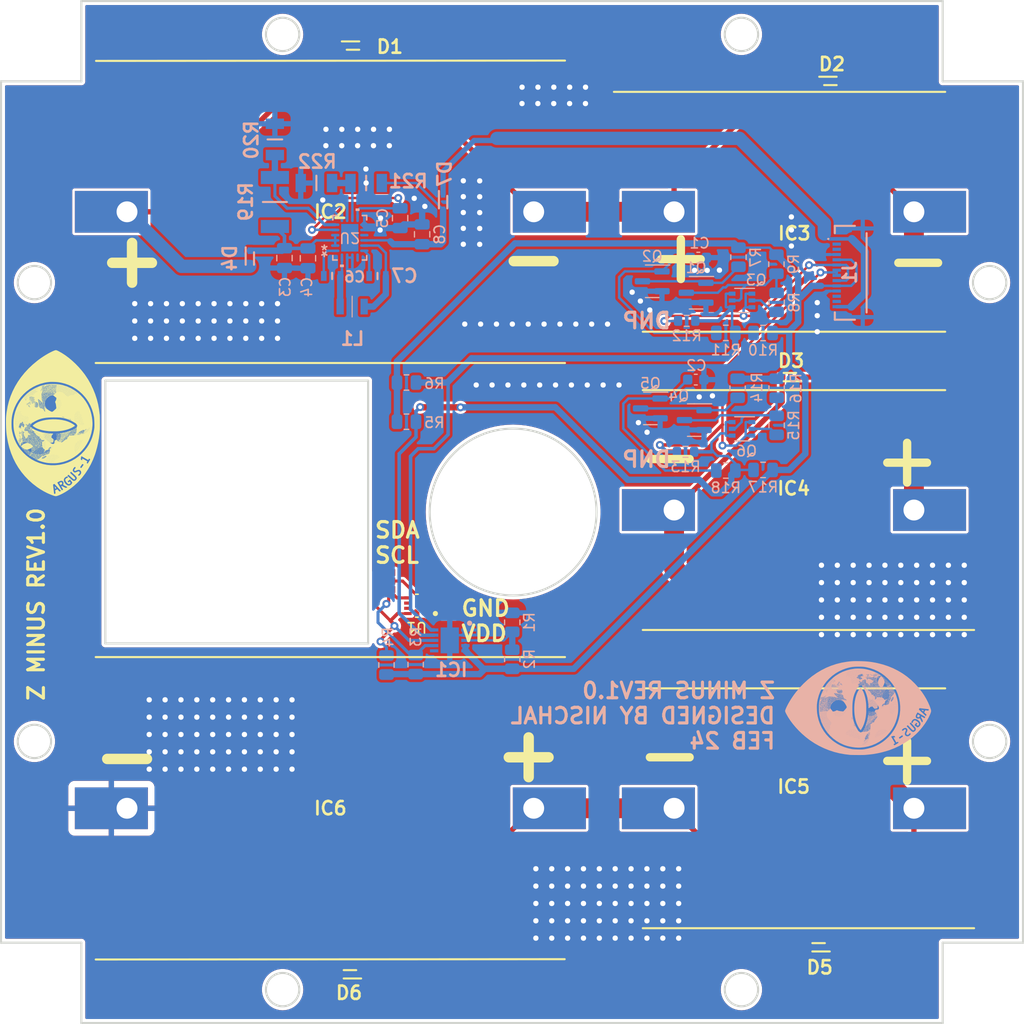
<source format=kicad_pcb>
(kicad_pcb (version 20221018) (generator pcbnew)
  (layers (0 "F.Cu" signal) (31 "B.Cu" signal) (34 "B.Paste" user) (35 "F.Paste" user) (36 "B.SilkS" user "B.Silkscreen") (37 "F.SilkS" user "F.Silkscreen") (38 "B.Mask" user) (39 "F.Mask" user) (44 "Edge.Cuts" user))
  (net 0 "")
  (net 1 "Net-(Q2-G)")
  (net 2 "GND")
  (net 3 "Net-(Q5-G)")
  (net 4 "Net-(U2-PVIN)")
  (net 5 "Net-(U2-VCC)")
  (net 6 "Net-(U2-SW1)")
  (net 7 "Net-(U2-BST1)")
  (net 8 "Net-(U2-SW2)")
  (net 9 "Net-(U2-BST2)")
  (net 10 "Net-(U2-VOUT)")
  (net 11 "Net-(IC2-NEG)")
  (net 12 "VSOLAR")
  (net 13 "/SOLAR_PANEL_ELECTRONICS/7023_vout")
  (net 14 "+3.3V")
  (net 15 "SCL_4001")
  (net 16 "SDA_4001")
  (net 17 "SDA_SUN")
  (net 18 "SCL_SUN")
  (net 19 "Net-(JP1-C)")
  (net 20 "/SUN_SENSOR/+3.3v")
  (net 21 "Net-(Q1-G)")
  (net 23 "SCL1_b4iso")
  (net 24 "Net-(Q3A-B1)")
  (net 25 "Net-(Q4-G)")
  (net 27 "SDA1_b4iso")
  (net 28 "Net-(Q6A-B1)")
  (net 29 "/SOLAR_PANEL_ELECTRONICS/MPPC1")
  (net 30 "/SOLAR_PANEL_ELECTRONICS/FB1")
  (net 36 "Net-(IC3-NEG)")
  (net 37 "Net-(IC4-NEG)")
  (net 38 "Net-(IC5-NEG)")
  (net 41 "Net-(Q1-D)")
  (net 42 "Net-(Q4-D)")
  (net 43 "Net-(IC1-XORL)")
  (footprint "SparkFun-Jumper:SMT-JUMPER_3_NO_NO-SILK" (layer "F.Cu") (at 124.63 108.21 -90)
    (fp_text reference "JP1")
    (fp_text value "~")
  )
  (footprint "AA_AUTO_LOADER:SODFL340230X120N" (layer "F.Cu") (at 163.5 72.8)
    (fp_text reference "IC3")
    (fp_text value "SM141K04TFV" hide)
  )
  (footprint "SparkFun-Jumper:SMT-JUMPER_3_NO_NO-SILK" (layer "F.Cu") (at 130.39 110.645175 -90)
    (fp_text reference "JP2")
    (fp_text value "~")
  )
  (footprint "AA_AUTO_LOADER:SODFL520290X120N" (layer "F.Cu") (at 119.04 72.8)
    (fp_text reference "IC2")
    (fp_text value "SM141K08TFV" hide)
  )
  (footprint "AA_AUTO_LOADER:SODFL1608X70N" (layer "F.Cu") (at 165.86 143.33 180)
    (fp_text reference "D5")
    (fp_text value "RB521S30T1G" hide)
  )
  (footprint "AA_AUTO_LOADER:SODFL1608X70N" (layer "F.Cu") (at 120.92 145.92 180)
    (fp_text reference "D6")
    (fp_text value "RB521S30T1G" hide)
  )
  (footprint "AA_AUTO_LOADER:SODFL340230X120N" (layer "F.Cu") (at 163.5 101.4 180)
    (fp_text reference "IC4")
    (fp_text value "SM141K04TFV" hide)
  )
  (footprint "OPT4001DTST:DTS0008A-MFG" (layer "F.Cu") (at 127.335299 110.575175 180)
    (fp_text reference "U1")
    (fp_text value "OPT4001DTST")
  )
  (footprint "AA_AUTO_LOADER:SODFL520290X120N" (layer "F.Cu") (at 119.04 130 180)
    (fp_text reference "IC6")
    (fp_text value "SM141K08TFV" hide)
  )
  (footprint "AA_AUTO_LOADER:SODFL1608X70N" (layer "F.Cu") (at 121.21 56.86)
    (fp_text reference "D1")
    (fp_text value "RB521S30T1G" hide)
  )
  (footprint "AA_AUTO_LOADER:SODFL1608X70N" (layer "F.Cu") (at 163.11 88.65 180)
    (fp_text reference "D3")
    (fp_text value "RB521S30T1G" hide)
  )
  (footprint "AA_AUTO_LOADER:SODFL1608X70N" (layer "F.Cu") (at 166.99 60.25)
    (fp_text reference "D2")
    (fp_text value "RB521S30T1G" hide)
  )
  (footprint "AA_AUTO_LOADER:SODFL340230X120N" (layer "F.Cu") (at 163.5 130 180)
    (fp_text reference "IC5")
    (fp_text value "SM141K04TFV" hide)
  )
  (footprint "argus:Argus LOGO" (layer "F.Cu") (at 92.38 93.271908 90)
    (fp_text reference "." hide)
    (fp_text value "." hide)
  )
  (footprint "Resistor_SMD:R_0805_2012Metric" (layer "B.Cu") (at 136.481952 112.1725 90)
    (fp_text reference "R1")
    (fp_text value "280k")
  )
  (footprint "AA_AUTO_LOADER:RESC3116X65N" (layer "B.Cu") (at 113.72 65.86 -90)
    (fp_text reference "R20")
    (fp_text value "RC1206FR-072M49L" hide)
  )
  (footprint "Package_TO_SOT_SMD:SOT-23" (layer "B.Cu") (at 149.72375 91.65375 180)
    (fp_text reference "Q5")
    (fp_text value "BSS138")
  )
  (footprint "Resistor_SMD:R_0603_1608Metric" (layer "B.Cu") (at 153.21 83.26)
    (fp_text reference "R12")
    (fp_text value "0")
  )
  (footprint "Resistor_SMD:R_0805_2012Metric" (layer "B.Cu") (at 124.42 116.26 -90)
    (fp_text reference "R4")
    (fp_text value "10K")
  )
  (footprint "AA_AUTO_LOADER:RESC3116X65N" (layer "B.Cu") (at 122.47 70.04)
    (fp_text reference "R21")
    (fp_text value "RV1206JR-0722ML" hide)
  )
  (footprint "Capacitor_SMD:C_0805_2012Metric" (layer "B.Cu") (at 127.84 74.96 90)
    (fp_text reference "C8")
    (fp_text value "4.7uF")
  )
  (footprint "Resistor_SMD:R_0805_2012Metric" (layer "B.Cu") (at 158.09375 89.72375 90)
    (fp_text reference "R14")
    (fp_text value "10K")
  )
  (footprint "Package_TO_SOT_SMD:SOT-363_SC-70-6" (layer "B.Cu") (at 158.51375 93.61375 180)
    (fp_text reference "Q6")
    (fp_text value "MBT2222ADW1T1")
  )
  (footprint "Resistor_SMD:R_0805_2012Metric" (layer "B.Cu") (at 160.53375 97.55375)
    (fp_text reference "R17")
    (fp_text value "10K")
  )
  (footprint "AA_AUTO_LOADER:RESC3116X65N" (layer "B.Cu") (at 117.7 70.04)
    (fp_text reference "R22")
    (fp_text value "RC1206FR-072ML" hide)
  )
  (footprint "Resistor_SMD:R_0805_2012Metric" (layer "B.Cu") (at 126.34 92.93 180)
    (fp_text reference "R5")
    (fp_text value "10K")
  )
  (footprint "LTC3130:UDC_20_ADI" (layer "B.Cu") (at 120.9 75.29)
    (fp_text reference "U2")
    (fp_text value "LTC3130EUDC-1-PBF")
  )
  (footprint "Resistor_SMD:R_0805_2012Metric" (layer "B.Cu") (at 161.83375 93.27375 90)
    (fp_text reference "R15")
    (fp_text value "600")
  )
  (footprint "Capacitor_SMD:C_0603_1608Metric" (layer "B.Cu") (at 154.08375 88.89375)
    (fp_text reference "C2")
    (fp_text value "10nF")
  )
  (footprint "argus:Argus LOGO" (layer "B.Cu") (at 169.851908 120.332386 180)
    (fp_text reference "." hide)
    (fp_text value "." hide)
  )
  (footprint "Resistor_SMD:R_0805_2012Metric" (layer "B.Cu") (at 156.96375 84.41375)
    (fp_text reference "R11")
    (fp_text value "100K")
  )
  (footprint "AA_AUTO_LOADER:RESC5025X70N" (layer "B.Cu") (at 113.72 71.86 -90)
    (fp_text reference "R19")
    (fp_text value "CHV2010-FX-1005ELF" hide)
  )
  (footprint "AA_AUTO_LOADER:F3311A7H121014E200" (layer "B.Cu") (at 168.94 78.65 -90)
    (fp_text reference "J1")
    (fp_text value "F3311A7H121014E200" hide)
  )
  (footprint "AA_AUTO_LOADER:SODFL1608X70N" (layer "B.Cu") (at 129.85 71.87 -90)
    (fp_text reference "D7")
    (fp_text value "RB521S30T1G" hide)
  )
  (footprint "Package_TO_SOT_SMD:SOT-363_SC-70-6" (layer "B.Cu") (at 158.51375 81.30375 180)
    (fp_text reference "Q3")
    (fp_text value "MBT2222ADW1T1")
  )
  (footprint "AA_AUTO_LOADER:CAPC1608X90N" (layer "B.Cu") (at 123.56 78.96 180)
    (fp_text reference "C7")
    (fp_text value "CGA3E2X7R1H223K080AA" hide)
  )
  (footprint "Resistor_SMD:R_0805_2012Metric" (layer "B.Cu") (at 161.83375 89.71625 -90)
    (fp_text reference "R16")
    (fp_text value "10K")
  )
  (footprint "AA_AUTO_LOADER:SODFL1608X70N" (layer "B.Cu") (at 111.32 77.28 -90)
    (fp_text reference "D4")
    (fp_text value "RB521S30T1G" hide)
  )
  (footprint "AA_AUTO_LOADER:LQM2HPN1R0MG0L" (layer "B.Cu") (at 121.13 81.89 180)
    (fp_text reference "L1")
    (fp_text value "LQM2HPN4R7MG0L" hide)
  )
  (footprint "Package_TO_SOT_SMD:SOT-23" (layer "B.Cu") (at 154.11375 80.56375 180)
    (fp_text reference "Q1")
    (fp_text value "BSS138")
  )
  (footprint "Package_TO_SOT_SMD:SOT-23" (layer "B.Cu") (at 149.90375 79.46375 180)
    (fp_text reference "Q2")
    (fp_text value "BSS138")
  )
  (footprint "Capacitor_SMD:C_0805_2012Metric" (layer "B.Cu") (at 116.89 77.26 -90)
    (fp_text reference "C4")
    (fp_text value "1uF")
  )
  (footprint "Resistor_SMD:R_0805_2012Metric" (layer "B.Cu") (at 126.34 89.173332 180)
    (fp_text reference "R6")
    (fp_text value "10K")
  )
  (footprint "Capacitor_SMD:C_0805_2012Metric" (layer "B.Cu") (at 114.64 77.24 -90)
    (fp_text reference "C3")
    (fp_text value "47uF")
  )
  (footprint "AA_AUTO_LOADER:SON50P300X300X85-11N-D" (layer "B.Cu") (at 130.49 113.9 180)
    (fp_text reference "IC1")
    (fp_text value "LTC4316IDD#PBF" hide)
  )
  (footprint "Resistor_SMD:R_0805_2012Metric" (layer "B.Cu") (at 161.81375 77.82375 -90)
    (fp_text reference "R9")
    (fp_text value "10K")
  )
  (footprint "Resistor_SMD:R_0805_2012Metric" (layer "B.Cu") (at 156.96375 97.61375)
    (fp_text reference "R18")
    (fp_text value "100K")
  )
  (footprint "Resistor_SMD:R_0603_1608Metric" (layer "B.Cu") (at 153.1 95.82)
    (fp_text reference "R13")
    (fp_text value "0")
  )
  (footprint "Resistor_SMD:R_0805_2012Metric" (layer "B.Cu") (at 160.53375 84.42375)
    (fp_text reference "R10")
    (fp_text value "10K")
  )
  (footprint "Resistor_SMD:R_0805_2012Metric" (layer "B.Cu") (at 161.83375 81.48375 -90)
    (fp_text reference "R8")
    (fp_text value "600")
  )
  (footprint "Resistor_SMD:R_0805_2012Metric" (layer "B.Cu") (at 136.481952 115.7125 90)
    (fp_text reference "R2")
    (fp_text value "1000k")
  )
  (footprint "Capacitor_SMD:C_0805_2012Metric" (layer "B.Cu") (at 125.73 73.41 -90)
    (fp_text reference "C5")
    (fp_text value "4.7uF")
  )
  (footprint "Resistor_SMD:R_0805_2012Metric" (layer "B.Cu") (at 158.17375 77.15375 90)
    (fp_text reference "R7")
    (fp_text value "10K")
  )
  (footprint "Resistor_SMD:R_0805_2012Metric" (layer "B.Cu") (at 127.22 116.22 -90)
    (fp_text reference "R3")
    (fp_text value "10K")
  )
  (footprint "Package_TO_SOT_SMD:SOT-23" (layer "B.Cu") (at 153.93375 92.77375 180)
    (fp_text reference "Q4")
    (fp_text value "BSS138")
  )
  (footprint "AA_AUTO_LOADER:CAPC1608X90N" (layer "B.Cu") (at 119.21 78.95 180)
    (fp_text reference "C6")
    (fp_text value "CGA3E2X7R1H223K080AA" hide)
  )
  (footprint "Capacitor_SMD:C_0603_1608Metric" (layer "B.Cu") (at 154.32375 77.19375)
    (fp_text reference "C1")
    (fp_text value "10nF")
  )
  (gr_circle (center 90.66 79.59) (end 90.66 77.99) (stroke (width 0.2)) (fill none) (layer "Edge.Cuts"))
  (gr_line (start 185.46 142.89) (end 185.46 60.29) (stroke (width 0.2)) (layer "Edge.Cuts"))
  (gr_circle (center 158.46 147.39) (end 158.46 145.79) (stroke (width 0.2)) (fill none) (layer "Edge.Cuts"))
  (gr_line (start 87.46 142.89) (end 95.16 142.89) (stroke (width 0.2)) (layer "Edge.Cuts"))
  (gr_circle (center 182.26 123.59) (end 182.26 121.99) (stroke (width 0.2)) (fill none) (layer "Edge.Cuts"))
  (gr_line (start 177.76 60.29) (end 177.76 52.59) (stroke (width 0.2)) (layer "Edge.Cuts"))
  (gr_line (start 185.46 60.29) (end 177.76 60.29) (stroke (width 0.2)) (layer "Edge.Cuts"))
  (gr_circle (center 158.46 55.79) (end 158.46 54.19) (stroke (width 0.2)) (fill none) (layer "Edge.Cuts"))
  (gr_line (start 177.76 150.59) (end 177.76 142.89) (stroke (width 0.2)) (layer "Edge.Cuts"))
  (gr_line (start 97.46 114.19) (end 97.46 88.99) (stroke (width 0.2)) (layer "Edge.Cuts"))
  (gr_line (start 87.46 60.29) (end 87.46 142.89) (stroke (width 0.2)) (layer "Edge.Cuts"))
  (gr_line (start 122.66 88.99) (end 122.66 114.19) (stroke (width 0.2)) (layer "Edge.Cuts"))
  (gr_line (start 177.76 52.59) (end 95.16 52.59) (stroke (width 0.2)) (layer "Edge.Cuts"))
  (gr_circle (center 90.66 123.59) (end 90.66 121.99) (stroke (width 0.2)) (fill none) (layer "Edge.Cuts"))
  (gr_circle (center 114.46 55.79) (end 114.46 54.19) (stroke (width 0.2)) (fill none) (layer "Edge.Cuts"))
  (gr_line (start 95.16 142.89) (end 95.16 150.59) (stroke (width 0.2)) (layer "Edge.Cuts"))
  (gr_line (start 95.16 150.59) (end 177.76 150.59) (stroke (width 0.2)) (layer "Edge.Cuts"))
  (gr_line (start 122.66 114.19) (end 97.46 114.19) (stroke (width 0.2)) (layer "Edge.Cuts"))
  (gr_circle (center 136.565831 101.59) (end 136.565831 93.59) (stroke (width 0.2)) (fill none) (layer "Edge.Cuts"))
  (gr_line (start 95.16 52.59) (end 95.16 60.29) (stroke (width 0.2)) (layer "Edge.Cuts"))
  (gr_line (start 177.76 142.89) (end 185.46 142.89) (stroke (width 0.2)) (layer "Edge.Cuts"))
  (gr_circle (center 114.46 147.39) (end 114.46 145.79) (stroke (width 0.2)) (fill none) (layer "Edge.Cuts"))
  (gr_line (start 97.46 88.99) (end 122.66 88.99) (stroke (width 0.2)) (layer "Edge.Cuts"))
  (gr_line (start 95.16 60.29) (end 87.46 60.29) (stroke (width 0.2)) (layer "Edge.Cuts"))
  (gr_circle (center 182.26 79.59) (end 182.26 77.99) (stroke (width 0.2)) (fill none) (layer "Edge.Cuts"))
  (gr_text "Z MINUS REV1.0\nDESIGNED BY NISCHAL\nFEB 24" (at 161.85 124.43) (layer "B.SilkS") (effects (font (size 1.5 1.5) (thickness 0.3) bold) (justify left bottom mirror)))
  (gr_text "DNP" (at 151.83 97.42) (layer "B.SilkS") (effects (font (size 1.5 1.5) (thickness 0.3) bold) (justify left bottom mirror)))
  (gr_text "DNP" (at 151.85 84.13) (layer "B.SilkS") (effects (font (size 1.5 1.5) (thickness 0.3) bold) (justify left bottom mirror)))
  (gr_text "GND \nVDD\n" (at 131.45 114.12) (layer "F.SilkS") (effects (font (size 1.5 1.5) (thickness 0.3) bold) (justify left bottom)))
  (gr_text "SDA\nSCL\n" (at 123.16 106.62) (layer "F.SilkS") (effects (font (size 1.5 1.5) (thickness 0.3) bold) (justify left bottom)))
  (gr_text "Z MINUS REV1.0" (at 91.72 119.84 90) (layer "F.SilkS") (effects (font (size 1.5 1.5) (thickness 0.3) bold) (justify left bottom)))
  (segment (start 146.73375 81.03375) (end 146.73375 79.06375) (width 0.23495) (layer "B.Cu") (net 1))
  (segment (start 152.16125 77.19375) (end 153.54875 77.19375) (width 0.23495) (layer "B.Cu") (net 1))
  (segment (start 147.28375 78.51375) (end 150.84125 78.51375) (width 0.23495) (layer "B.Cu") (net 1))
  (segment (start 156.05125 84.41375) (end 150.11375 84.41375) (width 0.23495) (layer "B.Cu") (net 1))
  (segment (start 150.11375 84.41375) (end 146.73375 81.03375) (width 0.23495) (layer "B.Cu") (net 1))
  (segment (start 146.73375 79.06375) (end 147.28375 78.51375) (width 0.23495) (layer "B.Cu") (net 1))
  (segment (start 150.84125 78.51375) (end 152.16125 77.19375) (width 0.23495) (layer "B.Cu") (net 1))
  (segment (start 133.715 116.625) (end 135.44 114.9) (width 0.6096) (layer "F.Cu") (net 2))
  (segment (start 130.39 109.832375) (end 128.202501 109.832375) (width 0.23495) (layer "F.Cu") (net 2))
  (segment (start 128.202501 109.832375) (end 128.1953 109.825174) (width 0.23495) (layer "F.Cu") (net 2))
  (segment (start 99.54 130) (end 104.25 130) (width 0.508) (layer "F.Cu") (net 2))
  (segment (start 104.25 130) (end 120.17 145.92) (width 0.508) (layer "F.Cu") (net 2))
  (via (at 110.930276 81.607794) (size 1.016) (drill 0.508) (layers "F.Cu" "B.Cu") (net 2))
  (via (at 165.73 82.76) (size 1.016) (drill 0.508) (layers "F.Cu" "B.Cu") (net 2))
  (via (at 143.510281 60.85) (size 1.016) (drill 0.508) (layers "F.Cu" "B.Cu") (net 2))
  (via (at 176.784404 113.346104) (size 1.016) (drill 0.508) (layers "F.Cu" "B.Cu") (net 2))
  (via (at 140.46734 60.85) (size 1.016) (drill 0.508) (layers "F.Cu" "B.Cu") (net 2))
  (via (at 131.79 69.826783) (size 1.016) (drill 0.508) (layers "F.Cu" "B.Cu") (net 2))
  (via (at 178.305872 110.02) (size 1.016) (drill 0.508) (layers "F.Cu" "B.Cu") (net 2))
  (via (at 131.79 75.91266) (size 1.016) (drill 0.508) (layers "F.Cu" "B.Cu") (net 2))
  (via (at 104.844404 83.270845) (size 1.016) (drill 0.508) (layers "F.Cu" "B.Cu") (net 2))
  (via (at 112.451744 81.607794) (size 1.016) (drill 0.508) (layers "F.Cu" "B.Cu") (net 2))
  (via (at 112.320276 119.597794) (size 1.016) (drill 0.508) (layers "F.Cu" "B.Cu") (net 2))
  (via (at 166.134128 113.346104) (size 1.016) (drill 0.508) (layers "F.Cu" "B.Cu") (net 2))
  (via (at 175.262936 111.683051) (size 1.016) (drill 0.508) (layers "F.Cu" "B.Cu") (net 2))
  (via (at 118.31 71.67) (size 1.016) (drill 0.508) (layers "F.Cu" "B.Cu") (net 2))
  (via (at 124.703217 64.89) (size 1.016) (drill 0.508) (layers "F.Cu" "B.Cu") (net 2))
  (via (at 133.36 75.92) (size 1.016) (drill 0.508) (layers "F.Cu" "B.Cu") (net 2))
  (via (at 134.548532 89.41) (size 1.016) (drill 0.508) (layers "F.Cu" "B.Cu") (net 2))
  (via (at 140.268532 135.800847) (size 1.016) (drill 0.508) (layers "F.Cu" "B.Cu") (net 2))
  (via (at 173.741468 106.693898) (size 1.016) (drill 0.508) (layers "F.Cu" "B.Cu") (net 2))
  (via (at 122.47 70.04) (size 1.016) (drill 0.508) (layers "F.Cu" "B.Cu") (net 2))
  (via (at 127.08 71.51) (size 1.016) (drill 0.508) (layers "F.Cu" "B.Cu") (net 2))
  (via (at 144.098808 83.57) (size 1.016) (drill 0.508) (layers "F.Cu" "B.Cu") (net 2))
  (via (at 146.354404 135.800847) (size 1.016) (drill 0.508) (layers "F.Cu" "B.Cu") (net 2))
  (via (at 113.841744 126.25) (size 1.016) (drill 0.508) (layers "F.Cu" "B.Cu") (net 2))
  (via (at 131.79 71.348256) (size 1.016) (drill 0.508) (layers "F.Cu" "B.Cu") (net 2))
  (via (at 101.67 122.923896) (size 1.016) (drill 0.508) (layers "F.Cu" "B.Cu") (net 2))
  (via (at 140.268532 140.79) (size 1.016) (drill 0.508) (layers "F.Cu" "B.Cu") (net 2))
  (via (at 133.36 71.355596) (size 1.016) (drill 0.508) (layers "F.Cu" "B.Cu") (net 2))
  (via (at 145.198808 89.41) (size 1.016) (drill 0.508) (layers "F.Cu" "B.Cu") (net 2))
  (via (at 103.191468 121.260845) (size 1.016) (drill 0.508) (layers "F.Cu" "B.Cu") (net 2))
  (via (at 141.055872 83.57) (size 1.016) (drill 0.508) (layers "F.Cu" "B.Cu") (net 2))
  (via (at 103.191468 124.586947) (size 1.016) (drill 0.508) (layers "F.Cu" "B.Cu") (net 2))
  (via (at 123.181744 64.89) (size 1.016) (drill 0.508) (layers "F.Cu" "B.Cu") (net 2))
  (via (at 149.39734 137.463898) (size 1.016) (drill 0.508) (layers "F.Cu" "B.Cu") (net 2))
  (via (at 137.424404 60.85) (size 1.016) (drill 0.508) (layers "F.Cu" "B.Cu") (net 2))
  (via (at 167.655596 106.693898) (size 1.016) (drill 0.508) (layers "F.Cu" "B.Cu") (net 2))
  (via (at 144.832936 142.453053) (size 1.016) (drill 0.508) (layers "F.Cu" "B.Cu") (net 2))
  (via (at 110.930276 83.270845) (size 1.016) (drill 0.508) (layers "F.Cu" "B.Cu") (net 2))
  (via (at 170.698532 113.346104) (size 1.016) (drill 0.508) (layers "F.Cu" "B.Cu") (net 2))
  (via (at 143.502936 62.42) (size 1.016) (drill 0.508) (layers "F.Cu" "B.Cu") (net 2))
  (via (at 115.363217 122.923896) (size 1.016) (drill 0.508) (layers "F.Cu" "B.Cu") (net 2))
  (via (at 115.363217 124.586947) (size 1.016) (drill 0.508) (layers "F.Cu" "B.Cu") (net 2))
  (via (at 143.311468 137.463898) (size 1.016) (drill 0.508) (layers "F.Cu" "B.Cu") (net 2))
  (via (at 112.320276 124.586947) (size 1.016) (drill 0.508) (layers "F.Cu" "B.Cu") (net 2))
  (via (at 152.440281 139.126949) (size 1.016) (drill 0.508) (layers "F.Cu" "B.Cu") (net 2))
  (via (at 134.97 83.57) (size 1.016) (drill 0.508) (layers "F.Cu" "B.Cu") (net 2))
  (via (at 100.28 81.607794) (size 1.016) (drill 0.508) (layers "F.Cu" "B.Cu") (net 2))
  (via (at 109.27734 122.923896) (size 1.016) (drill 0.508) (layers "F.Cu" "B.Cu") (net 2))
  (via (at 143.67734 89.41) (size 1.016) (drill 0.508) (layers "F.Cu" "B.Cu") (net 2))
  (via (at 169.177064 106.693898) (size 1.016) (drill 0.508) (layers "F.Cu" "B.Cu") (net 2))
  (via (at 165.73 81.51) (size 1.016) (drill 0.508) (layers "F.Cu" "B.Cu") (net 2))
  (via (at 100.28 84.933896) (size 1.016) (drill 0.508) (layers "F.Cu" "B.Cu") (net 2))
  (via (at 140.268532 137.463898) (size 1.016) (drill 0.508) (layers "F.Cu" "B.Cu") (net 2))
  (via (at 103.322936 84.933896) (size 1.016) (drill 0.508) (layers "F.Cu" "B.Cu") (net 2))
  (via (at 155.18 78.42) (size 1.016) (drill 0.508) (layers "F.Cu" "B.Cu") (net 2))
  (via (at 143.311468 142.453053) (size 1.016) (drill 0.508) (layers "F.Cu" "B.Cu") (net 2))
  (via (at 113.841744 124.586947) (size 1.016) (drill 0.508) (layers "F.Cu" "B.Cu") (net 2))
  (via (at 140.268532 139.126949) (size 1.016) (drill 0.508) (layers "F.Cu" "B.Cu") (net 2))
  (via (at 145.620281 83.57) (size 1.016) (drill 0.508) (layers "F.Cu" "B.Cu") (net 2))
  (via (at 141.79 140.79) (size 1.016) (drill 0.508) (layers "F.Cu" "B.Cu") (net 2))
  (via (at 104.712936 124.586947) (size 1.016) (drill 0.508) (layers "F.Cu" "B.Cu") (net 2))
  (via (at 106.365872 81.607794) (size 1.016) (drill 0.508) (layers "F.Cu" "B.Cu") (net 2))
  (via (at 120.131468 66.46) (size 1.016) (drill 0.508) (layers "F.Cu" "B.Cu") (net 2))
  (via (at 100.28 83.270845) (size 1.016) (drill 0.508) (layers "F.Cu" "B.Cu") (net 2))
  (via (at 138.945872 60.85) (size 1.016) (drill 0.508) (layers "F.Cu" "B.Cu") (net 2))
  (via (at 131.79 74.391192) (size 1.016) (drill 0.508) (layers "F.Cu" "B.Cu") (net 2))
  (via (at 115.363217 121.260845) (size 1.016) (drill 0.508) (layers "F.Cu" "B.Cu") (net 2))
  (via (at 152.440281 135.800847) (size 1.016) (drill 0.508) (layers "F.Cu" "B.Cu") (net 2))
  (via (at 113.841744 121.260845) (size 1.016) (drill 0.508) (layers "F.Cu" "B.Cu") (net 2))
  (via (at 144.832936 137.463898) (size 1.016) (drill 0.508) (layers "F.Cu" "B.Cu") (net 2))
  (via (at 150.918808 142.453053) (size 1.016) (drill 0.508) (layers "F.Cu" "B.Cu") (net 2))
  (via (at 138.747064 137.463898) (size 1.016) (drill 0.508) (layers "F.Cu" "B.Cu") (net 2))
  (via (at 142.57734 83.57) (size 1.016) (drill 0.508) (layers "F.Cu" "B.Cu") (net 2))
  (via (at 143.311468 140.79) (size 1.016) (drill 0.508) (layers "F.Cu" "B.Cu") (net 2))
  (via (at 110.798808 122.923896) (size 1.016) (drill 0.508) (layers "F.Cu" "B.Cu") (net 2))
  (via (at 112.320276 121.260845) (size 1.016) (drill 0.508) (layers "F.Cu" "B.Cu") (net 2))
  (via (at 103.322936 83.270845) (size 1.016) (drill 0.508) (layers "F.Cu" "B.Cu") (net 2))
  (via (at 147.875872 140.79) (size 1.016) (drill 0.508) (layers "F.Cu" "B.Cu") (net 2))
  (via (at 149.41 93.94) (size 1.016) (drill 0.508) (layers "F.Cu" "B.Cu") (net 2))
  (via (at 101.801468 84.933896) (size 1.016) (drill 0.508) (layers "F.Cu" "B.Cu") (net 2))
  (via (at 146.354404 140.79) (size 1.016) (drill 0.508) (layers "F.Cu" "B.Cu") (net 2))
  (via (at 142.155872 89.41) (size 1.016) (drill 0.508) (layers "F.Cu" "B.Cu") (net 2))
  (via (at 104.712936 119.597794) (size 1.016) (drill 0.508) (layers "F.Cu" "B.Cu") (net 2))
  (via (at 107.88734 84.933896) (size 1.016) (drill 0.508) (layers "F.Cu" "B.Cu") (net 2))
  (via (at 150.918808 135.800847) (size 1.016) (drill 0.508) (layers "F.Cu" "B.Cu") (net 2))
  (via (at 112.451744 84.933896) (size 1.016) (drill 0.508) (layers "F.Cu" "B.Cu") (net 2))
  (via (at 141.79 142.453053) (size 1.016) (drill 0.508) (layers "F.Cu" "B.Cu") (net 2))
  (via (at 124.695872 66.46) (size 1.016) (drill 0.508) (layers "F.Cu" "B.Cu") (net 2))
  (via (at 104.712936 126.25) (size 1.016) (drill 0.508) (layers "F.Cu" "B.Cu") (net 2))
  (via (at 101.801468 83.270845) (size 1.016) (drill 0.508) (layers "F.Cu" "B.Cu") (net 2))
  (via (at 178.305872 111.683051) (size 1.016) (drill 0.508) (layers "F.Cu" "B.Cu") (net 2))
  (via (at 131.927064 83.57) (size 1.016) (drill 0.508) (layers "F.Cu" "B.Cu") (net 2))
  (via (at 179.827345 113.346104) (size 1.016) (drill 0.508) (layers "F.Cu" "B.Cu") (net 2))
  (via (at 110.798808 126.25) (size 1.016) (drill 0.508) (layers "F.Cu" "B.Cu") (net 2))
  (via (at 178.305872 106.693898) (size 1.016) (drill 0.508) (layers "F.Cu" "B.Cu") (net 2))
  (via (at 163.25 73.29) (size 1.016) (drill 0.508) (layers "F.Cu" "B.Cu") (net 2))
  (via (at 176.784404 111.683051) (size 1.016) (drill 0.508) (layers "F.Cu" "B.Cu") (net 2))
  (via (at 152.440281 137.463898) (size 1.016) (drill 0.508) (layers "F.Cu" "B.Cu") (net 2))
  (via (at 107.755872 126.25) (size 1.016) (drill 0.508) (layers "F.Cu" "B.Cu") (net 2))
  (via (at 109.27734 119.597794) (size 1.016) (drill 0.508) (layers "F.Cu" "B.Cu") (net 2))
  (via (at 146.720281 89.41) (size 1.016) (drill 0.508) (layers "F.Cu" "B.Cu") (net 2))
  (via (at 138.747064 135.800847) (size 1.016) (drill 0.508) (layers "F.Cu" "B.Cu") (net 2))
  (via (at 137.417064 62.42) (size 1.016) (drill 0.508) (layers "F.Cu" "B.Cu") (net 2))
  (via (at 113.973217 81.607794) (size 1.016) (drill 0.508) (layers "F.Cu" "B.Cu") (net 2))
  (via (at 121.660276 64.89) (size 1.016) (drill 0.508) (layers "F.Cu" "B.Cu") (net 2))
  (via (at 121.652936 66.46) (size 1.016) (drill 0.508) (layers "F.Cu" "B.Cu") (net 2))
  (via (at 103.191468 126.25) (size 1.016) (drill 0.508) (layers "F.Cu" "B.Cu") (net 2))
  (via (at 138.747064 142.453053) (size 1.016) (drill 0.508) (layers "F.Cu" "B.Cu") (net 2))
  (via (at 147.875872 135.800847) (size 1.016) (drill 0.508) (layers "F.Cu" "B.Cu") (net 2))
  (via (at 103.191468 119.597794) (size 1.016) (drill 0.508) (layers "F.Cu" "B.Cu") (net 2))
  (via (at 150.918808 140.79) (size 1.016) (drill 0.508) (layers "F.Cu" "B.Cu") (net 2))
  (via (at 149.39734 140.79) (size 1.016) (drill 0.508) (layers "F.Cu" "B.Cu") (net 2))
  (via (at 131.79 72.869724) (size 1.016) (drill 0.508) (layers "F.Cu" "B.Cu") (net 2))
  (via (at 152.440281 142.453053) (size 1.016) (drill 0.508) (layers "F.Cu" "B.Cu") (net 2))
  (via (at 150.918808 137.463898) (size 1.016) (drill 0.508) (layers "F.Cu" "B.Cu") (net 2))
  (via (at 103.322936 81.607794) (size 1.016) (drill 0.508) (layers "F.Cu" "B.Cu") (net 2))
  (via (at 103.191468 122.923896) (size 1.016) (drill 0.508) (layers "F.Cu" "B.Cu") (net 2))
  (via (at 106.365872 84.933896) (size 1.016) (drill 0.508) (layers "F.Cu" "B.Cu") (net 2))
  (via (at 147.875872 139.126949) (size 1.016) (drill 0.508) (layers "F.Cu" "B.Cu") (net 2))
  (via (at 146.354404 142.453053) (size 1.016) (drill 0.508) (layers "F.Cu" "B.Cu") (net 2))
  (via (at 104.712936 122.923896) (size 1.016) (drill 0.508) (layers "F.Cu" "B.Cu") (net 2))
  (via (at 147.875872 142.453053) (size 1.016) (drill 0.508) (layers "F.Cu" "B.Cu") (net 2))
  (via (at 141.79 135.800847) (size 1.016) (drill 0.508) (layers "F.Cu" "B.Cu") (net 2))
  (via (at 133.36 74.398532) (size 1.016) (drill 0.508) (layers "F.Cu" "B.Cu") (net 2))
  (via (at 179.827345 108.356949) (size 1.016) (drill 0.508) (layers "F.Cu" "B.Cu") (net 2))
  (via (at 167.655596 110.02) (size 1.016) (drill 0.508) (layers "F.Cu" "B.Cu") (net 2))
  (via (at 172.22 108.356949) (size 1.016) (drill 0.508) (layers "F.Cu" "B.Cu") (net 2))
  (via (at 101.801468 81.607794) (size 1.016) (drill 0.508) (layers "F.Cu" "B.Cu") (net 2))
  (via (at 176.784404 110.02) (size 1.016) (drill 0.508) (layers "F.Cu" "B.Cu") (net 2))
  (via (at 150.918808 139.126949) (size 1.016) (drill 0.508) (layers "F.Cu" "B.Cu") (net 2))
  (via (at 109.408808 83.270845) (size 1.016) (drill 0.508) (layers "F.Cu" "B.Cu") (net 2))
  (via (at 167.655596 111.683051) (size 1.016) (drill 0.508) (layers "F.Cu" "B.Cu") (net 2))
  (via (at 178.305872 113.346104) (size 1.016) (drill 0.508) (layers "F.Cu" "B.Cu") (net 2))
  (via (at 109.27734 124.586947) (size 1.016) (drill 0.508) (layers "F.Cu" "B.Cu") (net 2))
  (via (at 138.938532 62.42) (size 1.016) (drill 0.508) (layers "F.Cu" "B.Cu") (net 2))
  (via (at 173.741468 108.356949) (size 1.016) (drill 0.508) (layers "F.Cu" "B.Cu") (net 2))
  (via (at 113.841744 119.597794) (size 1.016) (drill 0.508) (layers "F.Cu" "B.Cu") (net 2))
  (via (at 146.354404 139.126949) (size 1.016) (drill 0.508) (layers "F.Cu" "B.Cu") (net 2))
  (via (at 147.98 80.51) (size 1.016) (drill 0.508) (layers "F.Cu" "B.Cu") (net 2))
  (via (at 107.755872 124.586947) (size 1.016) (drill 0.508) (layers "F.Cu" "B.Cu") (net 2))
  (via (at 118.61734 64.89) (size 1.016) (drill 0.508) (layers "F.Cu" "B.Cu") (net 2))
  (via (at 170.698532 111.683051) (size 1.016) (drill 0.508) (layers "F.Cu" "B.Cu") (net 2))
  (via (at 166.134128 106.693898) (size 1.016) (drill 0.508) (layers "F.Cu" "B.Cu") (net 2))
  (via (at 154.41 90.55) (size 1.016) (drill 0.508) (layers "F.Cu" "B.Cu") (net 2))
  (via (at 101.67 124.586947) (size 1.016) (drill 0.508) (layers "F.Cu" "B.Cu") (net 2))
  (via (at 113.973217 83.270845) (size 1.016) (drill 0.508) (layers "F.Cu" "B.Cu") (net 2))
  (via (at 156.35 78.4) (size 1.016) (drill 0.508) (layers "F.Cu" "B.Cu") (net 2))
  (via (at 133.36 69.834128) (size 1.016) (drill 0.508) (layers "F.Cu" "B.Cu") (net 2))
  (via (at 101.67 126.25) (size 1.016) (drill 0.508) (layers "F.Cu" "B.Cu") (net 2))
  (via (at 172.22 113.346104) (size 1.016) (drill 0.508) (layers "F.Cu" "B.Cu") (net 2))
  (via (at 106.234404 119.597794) (size 1.016) (drill 0.508) (layers "F.Cu" "B.Cu") (net 2))
  (via (at 106.234404 122.923896) (size 1.016) (drill 0.508) (layers "F.Cu" "B.Cu") (net 2))
  (via (at 143.311468 139.126949) (size 1.016) (drill 0.508) (layers "F.Cu" "B.Cu") (net 2))
  (via (at 115.363217 126.25) (size 1.016) (drill 0.508) (layers "F.Cu" "B.Cu") (net 2))
  (via (at 176.784404 108.356949) (size 1.016) (drill 0.508) (layers "F.Cu" "B.Cu") (net 2))
  (via (at 169.177064 113.346104) (size 1.016) (drill 0.508) (layers "F.Cu" "B.Cu") (net 2))
  (via (at 173.741468 113.346104) (size 1.016) (drill 0.508) (layers "F.Cu" "B.Cu") (net 2))
  (via (at 138.012936 83.57) (size 1.016) (drill 0.508) (layers "F.Cu" "B.Cu") (net 2))
  (via (at 172.22 111.683051) (size 1.016) (drill 0.508) (layers "F.Cu" "B.Cu") (net 2))
  (via (at 175.262936 110.02) (size 1.016) (drill 0.508) (layers "F.Cu" "B.Cu") (net 2))
  (via (at 109.408808 81.607794) (size 1.016) (drill 0.508) (layers "F.Cu" "B.Cu") (net 2))
  (via (at 167.655596 108.356949) (size 1.016) (drill 0.508) (layers "F.Cu" "B.Cu") (net 2))
  (via (at 123.174404 66.46) (size 1.016) (drill 0.508) (layers "F.Cu" "B.Cu") (net 2))
  (via (at 152.440281 140.79) (size 1.016) (drill 0.508) (layers "F.Cu" "B.Cu") (net 2))
  (via (at 140.634404 89.41) (size 1.016) (drill 0.508) (layers "F.Cu" "B.Cu") (net 2))
  (via (at 153.96 78.41) (size 1.016) (drill 0.508) (layers "F.Cu" "B.Cu") (net 2))
  (via (at 178.305872 108.356949) (size 1.016) (drill 0.508) (layers "F.Cu" "B.Cu") (net 2))
  (via (at 106.234404 126.25) (size 1.016) (drill 0.508) (layers "F.Cu" "B.Cu") (net 2))
  (via (at 141.988808 60.85) (size 1.016) (drill 0.508) (layers "F.Cu" "B.Cu") (net 2))
  (via (at 172.22 106.693898) (size 1.016) (drill 0.508) (layers "F.Cu" "B.Cu") (net 2))
  (via (at 149.39734 142.453053) (size 1.016) (drill 0.508) (layers "F.Cu" "B.Cu") (net 2))
  (via (at 107.755872 119.597794) (size 1.016) (drill 0.508) (layers "F.Cu" "B.Cu") (net 2))
  (via (at 109.408808 84.933896) (size 1.016) (drill 0.508) (layers "F.Cu" "B.Cu") (net 2))
  (via (at 144.832936 139.126949) (size 1.016) (drill 0.508) (layers "F.Cu" "B.Cu") (net 2))
  (via (at 167.655596 113.346104) (size 1.016) (drill 0.508) (layers "F.Cu" "B.Cu") (net 2))
  (via (at 166.134128 108.356949) (size 1.016) (drill 0.508) (layers "F.Cu" "B.Cu") (net 2))
  (via (at 101.67 121.260845) (size 1.016) (drill 0.508) (layers "F.Cu" "B.Cu") (net 2))
  (via (at 149.39734 139.126949) (size 1.016) (drill 0.508) (layers "F.Cu" "B.Cu") (net 2))
  (via (at 136.491468 83.57) (size 1.016) (drill 0.508) (layers "F.Cu" "B.Cu") (net 2))
  (via (at 106.234404 124.586947) (size 1.016) (drill 0.508) (layers "F.Cu" "B.Cu") (net 2))
  (via (at 112.320276 122.923896) (size 1.016) (drill 0.508) (layers "F.Cu" "B.Cu") (net 2))
  (via (at 109.27734 121.260845) (size 1.016) (drill 0.508) (layers "F.Cu" "B.Cu") (net 2))
  (via (at 179.827345 111.683051) (size 1.016) (drill 0.508) (layers "F.Cu" "B.Cu") (net 2))
  (via (at 139.534404 83.57) (size 1.016) (drill 0.508) (layers "F.Cu" "B.Cu") (net 2))
  (via (at 141.79 137.463898) (size 1.016) (drill 0.508) (layers "F.Cu" "B.Cu") (net 2))
  (via (at 173.741468 111.683051) (size 1.016) (drill 0.508) (layers "F.Cu" "B.Cu") (net 2))
  (via (at 140.268532 142.453053) (size 1.016) (drill 0.508) (layers "F.Cu" "B.Cu") (net 2))
  (via (at 107.88734 83.270845) (size 1.016) (drill 0.508) (layers "F.Cu" "B.Cu") (net 2))
  (via (at 170.698532 106.693898) (size 1.016) (drill 0.508) (layers "F.Cu" "B.Cu") (net 2))
  (via (at 175.262936 106.693898) (size 1.016) (drill 0.508) (layers "F.Cu" "B.Cu") (net 2))
  (via (at 172.22 110.02) (size 1.016) (drill 0.508) (layers "F.Cu" "B.Cu") (net 2))
  (via (at 104.844404 84.933896) (size 1.016) (drill 0.508) (layers "F.Cu" "B.Cu") (net 2))
  (via (at 110.798808 121.260845) (size 1.016) (drill 0.508) (layers "F.Cu" "B.Cu") (net 2))
  (via (at 118.61 66.46) (size 1.016) (drill 0.508) (layers "F.Cu" "B.Cu") (net 2))
  (via (at 112.451744 83.270845) (size 1.016) (drill 0.508) (layers "F.Cu" "B.Cu") (net 2))
  (via (at 141.981468 62.42) (size 1.016) (drill 0.508) (layers "F.Cu" "B.Cu") (net 2))
  (via (at 136.07 89.41) (size 1.016) (drill 0.508) (layers "F.Cu" "B.Cu") (net 2))
  (via (at 179.827345 110.02) (size 1.016) (drill 0.508) (layers "F.Cu" "B.Cu") (net 2))
  (via (at 123.85 73.4) (size 1.016) (drill 0.508) (layers "F.Cu" "B.Cu") (net 2))
  (via (at 163.25 74.54) (size 1.016) (drill 0.508) (layers "F.Cu" "B.Cu") (net 2))
  (via (at 175.262936 108.356949) (size 1.016) (drill 0.508) (layers "F.Cu" "B.Cu") (net 2))
  (via (at 110.798808 124.586947) (size 1.016) (drill 0.508) (layers "F.Cu" "B.Cu") (net 2))
  (via (at 149.39734 135.800847) (size 1.016) (drill 0.508) (layers "F.Cu" "B.Cu") (net 2))
  (via (at 101.67 119.597794) (size 1.016) (drill 0.508) (layers "F.Cu" "B.Cu") (net 2))
  (via (at 138.747064 139.126949) (size 1.016) (drill 0.508) (layers "F.Cu" "B.Cu") (net 2))
  (via (at 110.798808 119.597794) (size 1.016) (drill 0.508) (layers "F.Cu" "B.Cu") (net 2))
  (via (at 169.177064 110.02) (size 1.016) (drill 0.508) (layers "F.Cu" "B.Cu") (net 2))
  (via (at 140.46 62.42) (size 1.016) (drill 0.508) (layers "F.Cu" "B.Cu") (net 2))
  (via (at 170.698532 110.02) (size 1.016) (drill 0.508) (layers "F.Cu" "B.Cu") (net 2))
  (via (at 170.698532 108.356949) (size 1.016) (drill 0.508) (layers "F.Cu" "B.Cu") (net 2))
  (via (at 106.365872 83.270845) (size 1.016) (drill 0.508) (layers "F.Cu" "B.Cu") (net 2))
  (via (at 169.177064 111.683051) (size 1.016) (drill 0.508) (layers "F.Cu" "B.Cu") (net 2))
  (via (at 110.930276 84.933896) (size 1.016) (drill 0.508) (layers "F.Cu" "B.Cu") (net 2))
  (via (at 146.354404 137.463898) (size 1.016) (drill 0.508) (layers "F.Cu" "B.Cu") (net 2))
  (via (at 120.138808 64.89) (size 1.016) (drill 0.508) (layers "F.Cu" "B.Cu") (net 2))
  (via (at 128.1 72.28) (size 1.016) (drill 0.508) (layers "F.Cu" "B.Cu") (net 2))
  (via (at 107.755872 121.260845) (size 1.016) (drill 0.508) (layers "F.Cu" "B.Cu") (net 2))
  (via (at 141.79 139.126949) (size 1.016) (drill 0.508) (layers "F.Cu" "B.Cu") (net 2))
  (via (at 133.027064 89.41) (size 1.016) (drill 0.508) (layers "F.Cu" "B.Cu") (net 2))
  (via (at 122.45 68.7) (size 1.016) (drill 0.508) (layers "F.Cu" "B.Cu") (net 2))
  (via (at 107.88734 81.607794) (size 1.016) (drill 0.508) (layers "F.Cu" "B.Cu") (net 2))
  (via (at 165.73 84.3) (size 1.016) (drill 0.508) (layers "F.Cu" "B.Cu") (net 2))
  (via (at 137.591468 89.41) (size 1.016) (drill 0.508) (layers "F.Cu" "B.Cu") (net 2))
  (via (at 163.25 76.08) (size 1.016) (drill 0.508) (layers "F.Cu" "B.Cu") (net 2))
  (via (at 112.320276 126.25) (size 1.016) (drill 0.508) (layers "F.Cu" "B.Cu") (net 2))
  (via (at 166.134128 110.02) (size 1.016) (drill 0.508) (layers "F.Cu" "B.Cu") (net 2))
  (via (at 173.741468 110.02) (size 1.016) (drill 0.508) (layers "F.Cu" "B.Cu") (net 2))
  (via (at 149.67 82.22) (size 1.016) (drill 0.508) (layers "F.Cu" "B.Cu") (net 2))
  (via (at 148.58 93.02) (size 1.016) (drill 0.508) (layers "F.Cu" "B.Cu") (net 2))
  (via (at 107.755872 122.923896) (size 1.016) (drill 0.508) (layers "F.Cu" "B.Cu") (net 2))
  (via (at 109.27734 126.25) (size 1.016) (drill 0.508) (layers "F.Cu" "B.Cu") (net 2))
  (via (at 113.973217 84.933896) (size 1.016) (drill 0.508) (layers "F.Cu" "B.Cu") (net 2))
  (via (at 143.311468 135.800847) (size 1.016) (drill 0.508) (layers "F.Cu" "B.Cu") (net 2))
  (via (at 175.262936 113.346104) (size 1.016) (drill 0.508) (layers "F.Cu" "B.Cu") (net 2))
  (via (at 115.363217 119.597794) (size 1.016) (drill 0.508) (layers "F.Cu" "B.Cu") (net 2))
  (via (at 138.747064 140.79) (size 1.016) (drill 0.508) (layers "F.Cu" "B.Cu") (net 2))
  (via (at 176.784404 106.693898) (size 1.016) (drill 0.508) (layers "F.Cu" "B.Cu") (net 2))
  (via (at 106.234404 121.260845) (size 1.016) (drill 0.508) (layers "F.Cu" "B.Cu") (net 2))
  (via (at 133.448532 83.57) (size 1.016) (drill 0.508) (layers "F.Cu" "B.Cu") (net 2))
  (via (at 113.841744 122.923896) (size 1.016) (drill 0.508) (layers "F.Cu" "B.Cu") (net 2))
  (via (at 123.81 74.55) (size 1.016) (drill 0.508) (layers "F.Cu" "B.Cu") (net 2))
  (via (at 166.134128 111.683051) (size 1.016) (drill 0.508) (layers "F.Cu" "B.Cu") (net 2))
  (via (at 139.112936 89.41) (size 1.016) (drill 0.508) (layers "F.Cu" "B.Cu") (net 2))
  (via (at 104.844404 81.607794) (size 1.016) (drill 0.508) (layers "F.Cu" "B.Cu") (net 2))
  (via (at 147.875872 137.463898) (size 1.016) (drill 0.508) (layers "F.Cu" "B.Cu") (net 2))
  (via (at 148.77 81.36) (size 1.016) (drill 0.508) (layers "F.Cu" "B.Cu") (net 2))
  (via (at 144.832936 140.79) (size 1.016) (drill 0.508) (layers "F.Cu" "B.Cu") (net 2))
  (via (at 155.68 90.45) (size 1.016) (drill 0.508) (layers "F.Cu" "B.Cu") (net 2))
  (via (at 104.712936 121.260845) (size 1.016) (drill 0.508) (layers "F.Cu" "B.Cu") (net 2))
  (via (at 144.832936 135.800847) (size 1.016) (drill 0.508) (layers "F.Cu" "B.Cu") (net 2))
  (via (at 179.827345 106.693898) (size 1.016) (drill 0.508) (layers "F.Cu" "B.Cu") (net 2))
  (via (at 169.177064 108.356949) (size 1.016) (drill 0.508) (layers "F.Cu" "B.Cu") (net 2))
  (via (at 133.36 72.877064) (size 1.016) (drill 0.508) (layers "F.Cu" "B.Cu") (net 2))
  (segment (start 165.73 81.51) (end 166.84 80.4) (width 0.23495) (layer "B.Cu") (net 2))
  (segment (start 114.66 78.21) (end 114.64 78.19) (width 0.337947) (layer "B.Cu") (net 2))
  (segment (start 127.84 74.01) (end 127.84 72.54) (width 0.6096) (layer "B.Cu") (net 2))
  (segment (start 130.99 113.4) (end 130.49 113.9) (width 0.23495) (layer "B.Cu") (net 2))
  (segment (start 119.85 71.67) (end 118.31 71.67) (width 0.23495) (layer "B.Cu") (net 2))
  (segment (start 120.65 73.385) (end 120.149999 73.385) (width 0.23495) (layer "B.Cu") (net 2))
  (segment (start 127.84 74.01) (end 126.08 74.01) (width 0.6096) (layer "B.Cu") (net 2))
  (segment (start 131.99 112.9) (end 131.99 113.2928) (width 0.6096) (layer "B.Cu") (net 2))
  (segment (start 120.149999 73.385) (end 120.025 73.385) (width 0.23495) (layer "B.Cu") (net 2))
  (segment (start 167.595 76.9) (end 164.07 76.9) (width 0.23495) (layer "B.Cu") (net 2))
  (segment (start 116.89 78.21) (end 114.66 78.21) (width 0.337947) (layer "B.Cu") (net 2))
  (segment (start 127.84 72.54) (end 128.1 72.28) (width 0.6096) (layer "B.Cu") (net 2))
  (segment (start 136.481952 111.26) (end 133.63 111.26) (width 0.6096) (layer "B.Cu") (net 2))
  (segment (start 164.07 76.9) (end 163.25 76.08) (width 0.23495) (layer "B.Cu") (net 2))
  (segment (start 120.65 73.385) (end 120.65 72.47) (width 0.23495) (layer "B.Cu") (net 2))
  (segment (start 120.65 72.47) (end 119.85 71.67) (width 0.23495) (layer "B.Cu") (net 2))
  (segment (start 125.73 74.36) (end 122.617 74.36) (width 0.6096) (layer "B.Cu") (net 2))
  (segment (start 120.025 73.385) (end 118.31 71.67) (width 0.23495) (layer "B.Cu") (net 2))
  (segment (start 166.84 80.4) (end 167.595 80.4) (width 0.23495) (layer "B.Cu") (net 2))
  (segment (start 133.63 111.26) (end 131.99 112.9) (width 0.6096) (layer "B.Cu") (net 2))
  (segment (start 131.99 113.4) (end 130.99 113.4) (width 0.23495) (layer "B.Cu") (net 2))
  (segment (start 120.65 77.195) (end 121.15 77.195) (width 0.23495) (layer "B.Cu") (net 2))
  (segment (start 124.695872 67.295872) (end 124.695872 66.46) (width 0.23495) (layer "B.Cu") (net 2))
  (segment (start 126.08 74.01) (end 125.73 74.36) (width 0.6096) (layer "B.Cu") (net 2))
  (segment (start 122.617 74.36) (end 122.297 74.04) (width 0.6096) (layer "B.Cu") (net 2))
  (segment (start 122.297 74.04) (end 122.297 74.539999) (width 0.23495) (layer "B.Cu") (net 2))
  (segment (start 147.62375 90.70375) (end 150.66125 90.70375) (width 0.23495) (layer "B.Cu") (net 3))
  (segment (start 151.49875 90.70375) (end 153.30875 88.89375) (width 0.23495) (layer "B.Cu") (net 3))
  (segment (start 151.15375 97.61375) (end 147.13375 93.59375) (width 0.23495) (layer "B.Cu") (net 3))
  (segment (start 147.13375 93.59375) (end 147.13375 91.19375) (width 0.23495) (layer "B.Cu") (net 3))
  (segment (start 150.66125 90.70375) (end 151.49875 90.70375) (width 0.23495) (layer "B.Cu") (net 3))
  (segment (start 156.05125 97.61375) (end 151.15375 97.61375) (width 0.23495) (layer "B.Cu") (net 3))
  (segment (start 147.13375 91.19375) (end 147.62375 90.70375) (width 0.23495) (layer "B.Cu") (net 3))
  (segment (start 114.64 75.13) (end 113.72 74.21) (width 0.337947) (layer "B.Cu") (net 4))
  (segment (start 119.503 76.040001) (end 119.503 75.04) (width 0.23495) (layer "B.Cu") (net 4))
  (segment (start 117.66 75.54) (end 116.89 76.31) (width 0.23495) (layer "B.Cu") (net 4))
  (segment (start 119.503 75.54) (end 117.66 75.54) (width 0.23495) (layer "B.Cu") (net 4))
  (segment (start 114.66 76.31) (end 114.64 76.29) (width 0.337947) (layer "B.Cu") (net 4))
  (segment (start 116.89 76.31) (end 114.66 76.31) (width 0.337947) (layer "B.Cu") (net 4))
  (segment (start 111.32 76.53) (end 114.4 76.53) (width 0.6096) (layer "B.Cu") (net 4))
  (segment (start 114.64 76.29) (end 114.64 75.13) (width 0.337947) (layer "B.Cu") (net 4))
  (segment (start 114.4 76.53) (end 114.64 76.29) (width 0.6096) (layer "B.Cu") (net 4))
  (segment (start 125.55 71.48) (end 120.33 71.48) (width 0.23495) (layer "F.Cu") (net 5))
  (segment (start 120.33 71.48) (end 117.28 74.53) (width 0.23495) (layer "F.Cu") (net 5))
  (via (at 125.55 71.48) (size 0.762) (drill 0.381) (layers "F.Cu" "B.Cu") (net 5))
  (via (at 117.28 74.53) (size 0.762) (drill 0.381) (layers "F.Cu" "B.Cu") (net 5))
  (segment (start 119.493001 74.53) (end 119.503 74.539999) (width 0.23495) (layer "B.Cu") (net 5))
  (segment (start 121.650001 73.385) (end 121.650001 72.669999) (width 0.23495) (layer "B.Cu") (net 5))
  (segment (start 125.73 72.46) (end 125.73 71.66) (width 0.23495) (layer "B.Cu") (net 5))
  (segment (start 121.86 72.46) (end 125.73 72.46) (width 0.23495) (layer "B.Cu") (net 5))
  (segment (start 125.73 71.66) (end 125.55 71.48) (width 0.23495) (layer "B.Cu") (net 5))
  (segment (start 117.28 74.53) (end 119.493001 74.53) (width 0.23495) (layer "B.Cu") (net 5))
  (segment (start 121.650001 72.669999) (end 121.86 72.46) (width 0.23495) (layer "B.Cu") (net 5))
  (segment (start 120.149999 78.810001) (end 120.01 78.95) (width 0.23495) (layer "B.Cu") (net 6))
  (segment (start 119.98 78.98) (end 120.01 78.95) (width 0.6096) (layer "B.Cu") (net 6))
  (segment (start 120.149999 77.195) (end 120.149999 78.810001) (width 0.23495) (layer "B.Cu") (net 6))
  (segment (start 119.98 81.89) (end 119.98 78.98) (width 0.6096) (layer "B.Cu") (net 6))
  (segment (start 118.76 76.54) (end 119.503 76.54) (width 0.23495) (layer "B.Cu") (net 7))
  (segment (start 118.41 78.95) (end 118.41 76.89) (width 0.23495) (layer "B.Cu") (net 7))
  (segment (start 118.41 76.89) (end 118.76 76.54) (width 0.23495) (layer "B.Cu") (net 7))
  (segment (start 122.28 81.89) (end 123.17 81.89) (width 0.6096) (layer "B.Cu") (net 8))
  (segment (start 124.36 80.7) (end 124.36 78.96) (width 0.6096) (layer "B.Cu") (net 8))
  (segment (start 123.650001 76.040001) (end 122.297 76.040001) (width 0.23495) (layer "B.Cu") (net 8))
  (segment (start 124.36 76.75) (end 123.650001 76.040001) (width 0.23495) (layer "B.Cu") (net 8))
  (segment (start 124.36 78.96) (end 124.36 76.75) (width 0.23495) (layer "B.Cu") (net 8))
  (segment (start 123.17 81.89) (end 124.36 80.7) (width 0.6096) (layer "B.Cu") (net 8))
  (segment (start 122.76 77.003) (end 122.297 76.54) (width 0.23495) (layer "B.Cu") (net 9))
  (segment (start 122.76 78.96) (end 122.76 77.003) (width 0.23495) (layer "B.Cu") (net 9))
  (segment (start 129.85 72.6) (end 129.85 72.62) (width 0.23495) (layer "B.Cu") (net 10))
  (segment (start 129.61 75.91) (end 127.84 75.91) (width 0.6096) (layer "B.Cu") (net 10))
  (segment (start 122.297 75.54) (end 124.71 75.54) (width 0.23495) (layer "B.Cu") (net 10))
  (segment (start 125.08 75.91) (end 124.8 75.63) (width 0.6096) (layer "B.Cu") (net 10))
  (segment (start 123.97 70.04) (end 127.29 70.04) (width 0.23495) (layer "B.Cu") (net 10))
  (segment (start 127.84 75.91) (end 125.08 75.91) (width 0.6096) (layer "B.Cu") (net 10))
  (segment (start 129.85 72.62) (end 129.85 75.67) (width 0.6096) (layer "B.Cu") (net 10))
  (segment (start 129.85 75.67) (end 129.61 75.91) (width 0.6096) (layer "B.Cu") (net 10))
  (segment (start 124.71 75.54) (end 124.8 75.63) (width 0.23495) (layer "B.Cu") (net 10))
  (segment (start 127.29 70.04) (end 129.85 72.6) (width 0.23495) (layer "B.Cu") (net 10))
  (segment (start 152 70.38) (end 152 72.8) (width 0.508) (layer "F.Cu") (net 11))
  (segment (start 162.13 60.25) (end 152 70.38) (width 0.508) (layer "F.Cu") (net 11))
  (segment (start 122.6 56.86) (end 138.54 72.8) (width 0.508) (layer "F.Cu") (net 11))
  (segment (start 152 72.8) (end 138.54 72.8) (width 1.905) (layer "F.Cu") (net 11))
  (segment (start 121.96 56.86) (end 122.6 56.86) (width 0.508) (layer "F.Cu") (net 11))
  (segment (start 166.24 60.25) (end 162.13 60.25) (width 0.508) (layer "F.Cu") (net 11))
  (segment (start 169 81.9) (end 167.595 81.9) (width 0.337947) (layer "B.Cu") (net 12))
  (segment (start 166.88 75.4) (end 166.41 74.93) (width 0.337947) (layer "B.Cu") (net 12))
  (segment (start 167.595 75.4) (end 169.05 75.4) (width 0.337947) (layer "B.Cu") (net 12))
  (segment (start 169.05 75.4) (end 170.29 76.64) (width 0.762) (layer "B.Cu") (net 12))
  (segment (start 170.29 80.61) (end 169 81.9) (width 0.762) (layer "B.Cu") (net 12))
  (segment (start 129.85 68.94) (end 132.83 65.96) (width 0.508) (layer "B.Cu") (net 12))
  (segment (start 166.41 74.93) (end 166.41 73.9) (width 1.27) (layer "B.Cu") (net 12))
  (segment (start 170.29 76.64) (end 170.29 80.61) (width 0.762) (layer "B.Cu") (net 12))
  (segment (start 132.83 65.96) (end 135.01 65.96) (width 0.508) (layer "B.Cu") (net 12))
  (segment (start 129.85 71.12) (end 129.85 68.94) (width 0.508) (layer "B.Cu") (net 12))
  (segment (start 166.41 73.9) (end 158.27 65.76) (width 1.27) (layer "B.Cu") (net 12))
  (segment (start 167.595 75.4) (end 166.88 75.4) (width 0.337947) (layer "B.Cu") (net 12))
  (segment (start 158.27 65.76) (end 135.01 65.76) (width 1.27) (layer "B.Cu") (net 12))
  (segment (start 103.61 72.8) (end 119.55 56.86) (width 0.508) (layer "F.Cu") (net 13))
  (segment (start 119.55 56.86) (end 120.46 56.86) (width 0.508) (layer "F.Cu") (net 13))
  (segment (start 99.54 72.8) (end 103.61 72.8) (width 0.508) (layer "F.Cu") (net 13))
  (segment (start 104.77 78.03) (end 99.54 72.8) (width 1.27) (layer "B.Cu") (net 13))
  (segment (start 111.32 78.03) (end 104.77 78.03) (width 1.27) (layer "B.Cu") (net 13))
  (segment (start 158.17375 76.24125) (end 161.14375 76.24125) (width 0.23495) (layer "B.Cu") (net 14))
  (segment (start 163.3575 87.5975) (end 164.59 88.83) (width 0.6096) (layer "B.Cu") (net 14))
  (segment (start 163.9 83.39) (end 163.9 82.95) (width 0.6096) (layer "B.Cu") (net 14))
  (segment (start 161.44625 84.42375) (end 161.62 84.25) (width 0.6096) (layer "B.Cu") (net 14))
  (segment (start 142.375 116.625) (end 136.481952 116.625) (width 0.6096) (layer "B.Cu") (net 14))
  (segment (start 161.83375 88.80375) (end 158.10125 88.80375) (width 0.6096) (layer "B.Cu") (net 14))
  (segment (start 163.04 84.25) (end 163.9 83.39) (width 0.6096) (layer "B.Cu") (net 14))
  (segment (start 124.46 117.1325) (end 124.42 117.1725) (width 0.6096) (layer "B.Cu") (net 14))
  (segment (start 167.595 79.9) (end 166.1 79.9) (width 0.23495) (layer "B.Cu") (net 14))
  (segment (start 136.481952 116.625) (end 133.715 116.625) (width 0.6096) (layer "B.Cu") (net 14))
  (segment (start 163.9 82.95) (end 163.9 80.99) (width 0.6096) (layer "B.Cu") (net 14))
  (segment (start 157.7625 75.83) (end 136.74 75.83) (width 0.6096) (layer "B.Cu") (net 14))
  (segment (start 161.62 84.25) (end 163.04 84.25) (width 0.6096) (layer "B.Cu") (net 14))
  (segment (start 163.04 87.5975) (end 163.3575 87.5975) (width 0.6096) (layer "B.Cu") (net 14))
  (segment (start 125.4275 87.1425) (end 125.4275 89.173332) (width 0.6096) (layer "B.Cu") (net 14))
  (segment (start 163.9 78.9975) (end 161.81375 76.91125) (width 0.6096) (layer "B.Cu") (net 14))
  (segment (start 161.14375 76.24125) (end 161.81375 76.91125) (width 0.23495) (layer "B.Cu") (net 14))
  (segment (start 133.715 116.625) (end 131.99 114.9) (width 0.6096) (layer "B.Cu") (net 14))
  (segment (start 163.9 80.99) (end 164.14 80.99) (width 0.6096) (layer "B.Cu") (net 14))
  (segment (start 158.17375 76.24125) (end 157.7625 75.83) (width 0.6096) (layer "B.Cu") (net 14))
  (segment (start 161.44625 97.55375) (end 142.375 116.625) (width 0.6096) (layer "B.Cu") (net 14))
  (segment (start 163.04 87.5975) (end 161.83375 88.80375) (width 0.6096) (layer "B.Cu") (net 14))
  (segment (start 164.59 88.83) (end 164.59 96) (width 0.6096) (layer "B.Cu") (net 14))
  (segment (start 163.04 84.25) (end 163.04 87.5975) (width 0.6096) (layer "B.Cu") (net 14))
  (segment (start 133.855 116.625) (end 133.3475 117.1325) (width 0.6096) (layer "B.Cu") (net 14))
  (segment (start 136.481952 116.625) (end 133.855 116.625) (width 0.6096) (layer "B.Cu") (net 14))
  (segment (start 163.03625 97.55375) (end 161.44625 97.55375) (width 0.6096) (layer "B.Cu") (net 14))
  (segment (start 169.5 79.38) (end 168.98 79.9) (width 0.23495) (layer "B.Cu") (net 14))
  (segment (start 168.98 79.9) (end 167.595 79.9) (width 0.23495) (layer "B.Cu") (net 14))
  (segment (start 158.10125 88.80375) (end 158.09375 88.81125) (width 0.6096) (layer "B.Cu") (net 14))
  (segment (start 163.9 80.99) (end 163.9 78.9975) (width 0.6096) (layer "B.Cu") (net 14))
  (segment (start 164.59 96) (end 163.03625 97.55375) (width 0.6096) (layer "B.Cu") (net 14))
  (segment (start 164.14 80.99) (end 165.23 79.9) (width 0.6096) (layer "B.Cu") (net 14))
  (segment (start 127.22 117.1325) (end 124.46 117.1325) (width 0.6096) (layer "B.Cu") (net 14))
  (segment (start 125.4275 92.93) (end 125.4275 89.173332) (width 0.6096) (layer "B.Cu") (net 14))
  (segment (start 131.99 114.9) (end 131.99 114.5072) (width 0.6096) (layer "B.Cu") (net 14))
  (segment (start 169.5 77.92) (end 169.5 79.38) (width 0.23495) (layer "B.Cu") (net 14))
  (segment (start 136.74 75.83) (end 125.4275 87.1425) (width 0.6096) (layer "B.Cu") (net 14))
  (segment (start 167.595 77.4) (end 168.98 77.4) (width 0.23495) (layer "B.Cu") (net 14))
  (segment (start 168.98 77.4) (end 169.5 77.92) (width 0.23495) (layer "B.Cu") (net 14))
  (segment (start 165.23 79.9) (end 166.1 79.9) (width 0.6096) (layer "B.Cu") (net 14))
  (segment (start 133.3475 117.1325) (end 127.22 117.1325) (width 0.6096) (layer "B.Cu") (net 14))
  (segment (start 124.63 110.18) (end 124.41 110.4) (width 0.29337) (layer "F.Cu") (net 15))
  (segment (start 124.63 109.0228) (end 124.63 110.18) (width 0.29337) (layer "F.Cu") (net 15))
  (segment (start 126.475298 109.825174) (end 125.432374 109.825174) (width 0.29337) (layer "F.Cu") (net 15))
  (segment (start 125.432374 109.825174) (end 124.63 109.0228) (width 0.29337) (layer "F.Cu") (net 15))
  (via (at 124.41 110.4) (size 0.762) (drill 0.381) (layers "F.Cu" "B.Cu") (net 15))
  (segment (start 127.22 115.3075) (end 128.1275 114.4) (width 0.29337) (layer "B.Cu") (net 15))
  (segment (start 126.7375 115.3075) (end 123.61 112.18) (width 0.29337) (layer "B.Cu") (net 15))
  (segment (start 128.1275 114.4) (end 128.99 114.4) (width 0.29337) (layer "B.Cu") (net 15))
  (segment (start 123.61 111.2) (end 124.41 110.4) (width 0.29337) (layer "B.Cu") (net 15))
  (segment (start 123.61 112.18) (end 123.61 111.2) (width 0.29337) (layer "B.Cu") (net 15))
  (segment (start 127.22 115.3075) (end 126.7375 115.3075) (width 0.29337) (layer "B.Cu") (net 15))
  (segment (start 123.70163 107.3972) (end 123.35 107.74883) (width 0.29337) (layer "F.Cu") (net 16))
  (segment (start 123.85 113.848581) (end 125.183326 112.515255) (width 0.29337) (layer "F.Cu") (net 16))
  (segment (start 125.183326 112.515255) (end 125.183326 112.398502) (width 0.337947) (layer "F.Cu") (net 16))
  (segment (start 124.63 107.3972) (end 123.70163 107.3972) (width 0.29337) (layer "F.Cu") (net 16))
  (segment (start 125.183326 112.398502) (end 124.8 112.015176) (width 0.337947) (layer "F.Cu") (net 16))
  (segment (start 126.475298 111.325176) (end 125.49 111.325176) (width 0.23495) (layer "F.Cu") (net 16))
  (segment (start 123.35 110.565176) (end 124.8 112.015176) (width 0.29337) (layer "F.Cu") (net 16))
  (segment (start 124.8 112.015176) (end 125.49 111.325176) (width 0.337947) (layer "F.Cu") (net 16))
  (segment (start 123.35 107.74883) (end 123.35 110.565176) (width 0.29337) (layer "F.Cu") (net 16))
  (segment (start 123.85 114.01) (end 123.85 113.848581) (width 0.29337) (layer "F.Cu") (net 16))
  (via (at 125.183326 112.515255) (size 0.762) (drill 0.381) (layers "F.Cu" "B.Cu") (net 16))
  (via (at 123.85 114.01) (size 0.762) (drill 0.381) (layers "F.Cu" "B.Cu") (net 16))
  (segment (start 125.183326 112.515255) (end 126.568071 113.9) (width 0.29337) (layer "B.Cu") (net 16))
  (segment (start 126.568071 113.9) (end 128.99 113.9) (width 0.29337) (layer "B.Cu") (net 16))
  (segment (start 124.42 115.3475) (end 124.42 114.58) (width 0.29337) (layer "B.Cu") (net 16))
  (segment (start 124.42 114.58) (end 123.85 114.01) (width 0.29337) (layer "B.Cu") (net 16))
  (segment (start 127.67 91.55) (end 127.65 91.53) (width 0.6096) (layer "F.Cu") (net 17))
  (segment (start 131.52 91.55) (end 127.67 91.55) (width 0.6096) (layer "F.Cu") (net 17))
  (via (at 127.65 91.53) (size 0.762) (drill 0.381) (layers "F.Cu" "B.Cu") (net 17))
  (via (at 131.52 91.55) (size 0.762) (drill 0.381) (layers "F.Cu" "B.Cu") (net 17))
  (segment (start 127.74 113.4) (end 128.99 113.4) (width 0.337947) (layer "B.Cu") (net 17))
  (segment (start 152.16 98.5) (end 147.56 98.5) (width 0.6096) (layer "B.Cu") (net 17))
  (segment (start 156.968875 94.05) (end 156.46 94.05) (width 0.23495) (layer "B.Cu") (net 17))
  (segment (start 157.87625 97.61375) (end 157.56 97.93) (width 0.6096) (layer "B.Cu") (net 17))
  (segment (start 125.64 96.01) (end 125.64 111.3) (width 0.337947) (layer "B.Cu") (net 17))
  (segment (start 156.968875 92.998675) (end 157.0038 92.96375) (width 0.23495) (layer "B.Cu") (net 17))
  (segment (start 127.2525 94.3975) (end 125.64 96.01) (width 0.337947) (layer "B.Cu") (net 17))
  (segment (start 157.93625 97.55375) (end 157.87625 97.61375) (width 0.23495) (layer "B.Cu") (net 17))
  (segment (start 157.48 98.76) (end 156.44 99.8) (width 0.6096) (layer "B.Cu") (net 17))
  (segment (start 156.15 96.22) (end 157.16 96.22) (width 0.23495) (layer "B.Cu") (net 17))
  (segment (start 159.62125 97.55375) (end 157.93625 97.55375) (width 0.23495) (layer "B.Cu") (net 17))
  (segment (start 156.968875 94.05) (end 156.968875 92.998675) (width 0.23495) (layer "B.Cu") (net 17))
  (segment (start 157.48 98.01) (end 157.48 98.76) (width 0.6096) (layer "B.Cu") (net 17))
  (segment (start 155.72 99.8) (end 154.63 98.71) (width 0.6096) (layer "B.Cu") (net 17))
  (segment (start 157.87625 96.93625) (end 157.87625 97.61375) (width 0.23495) (layer "B.Cu") (net 17))
  (segment (start 156.09 99.8) (end 155.72 99.8) (width 0.6096) (layer "B.Cu") (net 17))
  (segment (start 142.75 93.69) (end 140.61 91.55) (width 0.6096) (layer "B.Cu") (net 17))
  (segment (start 157.0038 94.26375) (end 156.968875 94.228825) (width 0.23495) (layer "B.Cu") (net 17))
  (segment (start 127.2525 92.93) (end 127.2525 94.3975) (width 0.337947) (layer "B.Cu") (net 17))
  (segment (start 156.968875 94.228825) (end 156.968875 94.05) (width 0.23495) (layer "B.Cu") (net 17))
  (segment (start 156.46 94.05) (end 155.59 94.92) (width 0.23495) (layer "B.Cu") (net 17))
  (segment (start 153.925 95.82) (end 155.59 95.82) (width 0.337947) (layer "B.Cu") (net 17))
  (segment (start 127.2525 92.93) (end 127.2525 91.9275) (width 0.337947) (layer "B.Cu") (net 17))
  (segment (start 155.59 94.92) (end 155.59 95.66) (width 0.23495) (layer "B.Cu") (net 17))
  (segment (start 127.2525 91.9275) (end 127.65 91.53) (width 0.337947) (layer "B.Cu") (net 17))
  (segment (start 154.63 98.71) (end 154.42 98.5) (width 0.6096) (layer "B.Cu") (net 17))
  (segment (start 154.42 98.5) (end 152.16 98.5) (width 0.6096) (layer "B.Cu") (net 17))
  (segment (start 157.56 97.93) (end 157.48 98.01) (width 0.6096) (layer "B.Cu") (net 17))
  (segment (start 157.0038 92.96375) (end 157.56375 92.96375) (width 0.23495) (layer "B.Cu") (net 17))
  (segment (start 147.56 98.5) (end 142.75 93.69) (width 0.6096) (layer "B.Cu") (net 17))
  (segment (start 156.44 99.8) (end 156.09 99.8) (width 0.6096) (layer "B.Cu") (net 17))
  (segment (start 157.16 96.22) (end 157.87625 96.93625) (width 0.23495) (layer "B.Cu") (net 17))
  (segment (start 155.59 95.82) (end 155.67 95.74) (width 0.337947) (layer "B.Cu") (net 17))
  (segment (start 155.67 95.74) (end 156.15 96.22) (width 0.23495) (layer "B.Cu") (net 17))
  (segment (start 125.64 111.3) (end 127.74 113.4) (width 0.337947) (layer "B.Cu") (net 17))
  (segment (start 157.56375 94.26375) (end 157.0038 94.26375) (width 0.23495) (layer "B.Cu") (net 17))
  (segment (start 140.61 91.55) (end 131.52 91.55) (width 0.6096) (layer "B.Cu") (net 17))
  (segment (start 155.59 95.66) (end 155.67 95.74) (width 0.23495) (layer "B.Cu") (net 17))
  (segment (start 128.97 95.52) (end 130.33 94.16) (width 0.337947) (layer "B.Cu") (net 18))
  (segment (start 126.73 96.25) (end 127.46 95.52) (width 0.337947) (layer "B.Cu") (net 18))
  (segment (start 156.968875 80.688675) (end 157.0038 80.65375) (width 0.23495) (layer "B.Cu") (net 18))
  (segment (start 128.7 112.9) (end 126.73 110.93) (width 0.337947) (layer "B.Cu") (net 18))
  (segment (start 130.33 94.16) (end 130.33 89.173332) (width 0.337947) (layer "B.Cu") (net 18))
  (segment (start 157.56375 81.95375) (end 157.0038 81.95375) (width 0.23495) (layer "B.Cu") (net 18))
  (segment (start 156.2575 83.26) (end 157.56375 81.95375) (width 0.337947) (layer "B.Cu") (net 18))
  (segment (start 157.86 84.43) (end 157.86 86.01) (width 0.6096) (layer "B.Cu") (net 18))
  (segment (start 156.968875 81.918825) (end 156.968875 80.688675) (width 0.23495) (layer "B.Cu") (net 18))
  (segment (start 157.56375 84.10125) (end 157.56375 81.95375) (width 0.23495) (layer "B.Cu") (net 18))
  (segment (start 132.58 86.85) (end 130.256668 89.173332) (width 0.6096) (layer "B.Cu") (net 18))
  (segment (start 159.46375 84.26625) (end 159.62125 84.42375) (width 0.23495) (layer "B.Cu") (net 18))
  (segment (start 157.87625 84.41375) (end 157.86 84.43) (width 0.6096) (layer "B.Cu") (net 18))
  (segment (start 157.87625 84.41375) (end 157.56375 84.10125) (width 0.23495) (layer "B.Cu") (net 18))
  (segment (start 154.035 83.26) (end 156.2575 83.26) (width 0.337947) (layer "B.Cu") (net 18))
  (segment (start 159.62125 84.42375) (end 157.88625 84.42375) (width 0.23495) (layer "B.Cu") (net 18))
  (segment (start 157.0038 81.95375) (end 156.968875 81.918825) (width 0.23495) (layer "B.Cu") (net 18))
  (segment (start 130.256668 89.173332) (end 127.2525 89.173332) (width 0.6096) (layer "B.Cu") (net 18))
  (segment (start 157.88625 84.42375) (end 157.87625 84.41375) (width 0.23495) (layer "B.Cu") (net 18))
  (segment (start 126.73 110.93) (end 126.73 96.25) (width 0.337947) (layer "B.Cu") (net 18))
  (segment (start 157.0038 80.65375) (end 157.56375 80.65375) (width 0.23495) (layer "B.Cu") (net 18))
  (segment (start 130.33 89.173332) (end 127.2525 89.173332) (width 0.337947) (layer "B.Cu") (net 18))
  (segment (start 127.46 95.52) (end 128.97 95.52) (width 0.337947) (layer "B.Cu") (net 18))
  (segment (start 128.99 112.9) (end 128.7 112.9) (width 0.337947) (layer "B.Cu") (net 18))
  (segment (start 157.02 86.85) (end 132.58 86.85) (width 0.6096) (layer "B.Cu") (net 18))
  (segment (start 157.86 86.01) (end 157.02 86.85) (width 0.6096) (layer "B.Cu") (net 18))
  (segment (start 127.745175 110.825175) (end 128.1953 110.825175) (width 0.29337) (layer "F.Cu") (net 19))
  (segment (start 124.63 108.21) (end 125.968293 108.21) (width 0.29337) (layer "F.Cu") (net 19))
  (segment (start 125.968293 108.21) (end 127.31 109.551707) (width 0.29337) (layer "F.Cu") (net 19))
  (segment (start 130.21 110.825175) (end 128.1953 110.825175) (width 0.23495) (layer "F.Cu") (net 19))
  (segment (start 127.31 110.39) (end 127.745175 110.825175) (width 0.29337) (layer "F.Cu") (net 19))
  (segment (start 130.39 110.645175) (end 130.21 110.825175) (width 0.23495) (layer "F.Cu") (net 19))
  (segment (start 127.31 109.551707) (end 127.31 110.39) (width 0.29337) (layer "F.Cu") (net 19))
  (segment (start 130.39 111.457975) (end 128.328099 111.457975) (width 0.23495) (layer "F.Cu") (net 20))
  (segment (start 128.328099 111.457975) (end 128.1953 111.325176) (width 0.23495) (layer "F.Cu") (net 20))
  (segment (start 156.62625 79.61375) (end 155.05125 79.61375) (width 0.23495) (layer "B.Cu") (net 21))
  (segment (start 148.96625 79.46375) (end 154.90125 79.46375) (width 0.23495) (layer "B.Cu") (net 21))
  (segment (start 154.90125 79.46375) (end 155.05125 79.61375) (width 0.23495) (layer "B.Cu") (net 21))
  (segment (start 158.17375 78.06625) (end 156.62625 79.61375) (width 0.23495) (layer "B.Cu") (net 21))
  (segment (start 160.08 82.78) (end 158.67 82.78) (width 0.23495) (layer "F.Cu") (net 23))
  (segment (start 151.56 82.78) (end 151.06 83.28) (width 0.23495) (layer "F.Cu") (net 23))
  (segment (start 158.67 82.78) (end 151.56 82.78) (width 0.23495) (layer "F.Cu") (net 23))
  (segment (start 164.94 77.92) (end 160.08 82.78) (width 0.23495) (layer "F.Cu") (net 23))
  (via (at 164.94 77.92) (size 0.762) (drill 0.381) (layers "F.Cu" "B.Cu") (net 23))
  (via (at 158.67 82.78) (size 0.762) (drill 0.381) (layers "F.Cu" "B.Cu") (net 23))
  (via (at 151.06 83.28) (size 0.762) (drill 0.381) (layers "F.Cu" "B.Cu") (net 23))
  (segment (start 159.46375 81.95375) (end 158.9038 81.95375) (width 0.23495) (layer "B.Cu") (net 23))
  (segment (start 158.67 82.1177) (end 158.67 82.78) (width 0.23495) (layer "B.Cu") (net 23))
  (segment (start 158.868875 81.918825) (end 158.868875 80.688675) (width 0.23495) (layer "B.Cu") (net 23))
  (segment (start 168.67 79.24) (end 168.51 79.4) (width 0.23495) (layer "B.Cu") (net 23))
  (segment (start 167.595 77.9) (end 168.5 77.9) (width 0.23495) (layer "B.Cu") (net 23))
  (segment (start 168.67 78.07) (end 168.67 79.24) (width 0.23495) (layer "B.Cu") (net 23))
  (segment (start 152.365 83.28) (end 152.385 83.26) (width 0.23495) (layer "B.Cu") (net 23))
  (segment (start 168.5 77.9) (end 168.67 78.07) (width 0.23495) (layer "B.Cu") (net 23))
  (segment (start 158.868875 80.688675) (end 158.9038 80.65375) (width 0.23495) (layer "B.Cu") (net 23))
  (segment (start 167.595 77.9) (end 164.96 77.9) (width 0.23495) (layer "B.Cu") (net 23))
  (segment (start 151.06 83.28) (end 152.365 83.28) (width 0.23495) (layer "B.Cu") (net 23))
  (segment (start 168.51 79.4) (end 167.595 79.4) (width 0.23495) (layer "B.Cu") (net 23))
  (segment (start 158.868875 81.918825) (end 158.67 82.1177) (width 0.23495) (layer "B.Cu") (net 23))
  (segment (start 158.9038 80.65375) (end 159.46375 80.65375) (width 0.23495) (layer "B.Cu") (net 23))
  (segment (start 158.9038 81.95375) (end 158.868875 81.918825) (width 0.23495) (layer "B.Cu") (net 23))
  (segment (start 164.96 77.9) (end 164.94 77.92) (width 0.23495) (layer "B.Cu") (net 23))
  (segment (start 161.41625 82.39625) (end 161.83375 82.39625) (width 0.23495) (layer "B.Cu") (net 24))
  (segment (start 160.32375 81.30375) (end 161.41625 82.39625) (width 0.23495) (layer "B.Cu") (net 24))
  (segment (start 159.46375 81.30375) (end 160.32375 81.30375) (width 0.23495) (layer "B.Cu") (net 24))
  (segment (start 154.70125 91.65375) (end 154.87125 91.82375) (width 0.23495) (layer "B.Cu") (net 25))
  (segment (start 154.87125 91.82375) (end 156.90625 91.82375) (width 0.23495) (layer "B.Cu") (net 25))
  (segment (start 156.90625 91.82375) (end 158.09375 90.63625) (width 0.23495) (layer "B.Cu") (net 25))
  (segment (start 148.78625 91.65375) (end 154.70125 91.65375) (width 0.23495) (layer "B.Cu") (net 25))
  (segment (start 154.69 95.16) (end 156.64 93.21) (width 0.337947) (layer "F.Cu") (net 27))
  (segment (start 166.04 78.62) (end 156.64 88.02) (width 0.23495) (layer "F.Cu") (net 27))
  (segment (start 150.64 95.16) (end 154.69 95.16) (width 0.337947) (layer "F.Cu") (net 27))
  (segment (start 156.64 88.02) (end 156.64 93.21) (width 0.23495) (layer "F.Cu") (net 27))
  (segment (start 156.64 93.21) (end 156.64 95.22) (width 0.23495) (layer "F.Cu") (net 27))
  (via (at 166.04 78.62) (size 0.762) (drill 0.381) (layers "F.Cu" "B.Cu") (net 27))
  (via (at 156.64 95.22) (size 0.762) (drill 0.381) (layers "F.Cu" "B.Cu") (net 27))
  (via (at 150.64 95.16) (size 0.762) (drill 0.381) (layers "F.Cu" "B.Cu") (net 27))
  (segment (start 159.46375 94.26375) (end 158.9038 94.26375) (width 0.23495) (layer "B.Cu") (net 27))
  (segment (start 167.595 78.4) (end 167.595 78.61) (width 0.23495) (layer "B.Cu") (net 27))
  (segment (start 156.64 95.22) (end 157.94755 95.22) (width 0.23495) (layer "B.Cu") (net 27))
  (segment (start 151.3 95.82) (end 150.64 95.16) (width 0.337947) (layer "B.Cu") (net 27))
  (segment (start 158.868875 92.998675) (end 158.9038 92.96375) (width 0.23495) (layer "B.Cu") (net 27))
  (segment (start 166.05 78.61) (end 166.04 78.62) (width 0.23495) (layer "B.Cu") (net 27))
  (segment (start 167.595 78.61) (end 167.595 78.9) (width 0.23495) (layer "B.Cu") (net 27))
  (segment (start 157.94755 95.22) (end 158.9038 94.26375) (width 0.23495) (layer "B.Cu") (net 27))
  (segment (start 158.9038 94.26375) (end 158.868875 94.228825) (width 0.23495) (layer "B.Cu") (net 27))
  (segment (start 158.868875 94.228825) (end 158.868875 92.998675) (width 0.23495) (layer "B.Cu") (net 27))
  (segment (start 158.9038 92.96375) (end 159.46375 92.96375) (width 0.23495) (layer "B.Cu") (net 27))
  (segment (start 167.595 78.61) (end 166.05 78.61) (width 0.23495) (layer "B.Cu") (net 27))
  (segment (start 152.275 95.82) (end 151.3 95.82) (width 0.337947) (layer "B.Cu") (net 27))
  (segment (start 159.46375 93.61375) (end 161.26125 93.61375) (width 0.23495) (layer "B.Cu") (net 28))
  (segment (start 161.26125 93.61375) (end 161.83375 94.18625) (width 0.23495) (layer "B.Cu") (net 28))
  (segment (start 119.503 74.04) (end 118.5 74.04) (width 0.29337) (layer "B.Cu") (net 29))
  (segment (start 113.72 71.29) (end 113.72 69.51) (width 0.29337) (layer "B.Cu") (net 29))
  (segment (start 113.72 69.51) (end 113.72 67.36) (width 0.6096) (layer "B.Cu") (net 29))
  (segment (start 116.92 72.46) (end 114.89 72.46) (width 0.29337) (layer "B.Cu") (net 29))
  (segment (start 118.5 74.04) (end 116.92 72.46) (width 0.29337) (layer "B.Cu") (net 29))
  (segment (start 114.89 72.46) (end 113.72 71.29) (width 0.29337) (layer "B.Cu") (net 29))
  (segment (start 119.2 70.04) (end 120.97 70.04) (width 0.6096) (layer "B.Cu") (net 30))
  (segment (start 121.15 70.22) (end 120.97 70.04) (width 0.23495) (layer "B.Cu") (net 30))
  (segment (start 121.15 73.385) (end 121.15 70.22) (width 0.23495) (layer "B.Cu") (net 30))
  (segment (start 175 88.69) (end 175 72.8) (width 1.905) (layer "F.Cu") (net 36))
  (segment (start 167.74 65.54) (end 175 72.8) (width 0.508) (layer "F.Cu") (net 36))
  (segment (start 167.74 60.25) (end 167.74 65.54) (width 0.508) (layer "F.Cu") (net 36))
  (segment (start 163.86 88.65) (end 174.96 88.65) (width 0.508) (layer "F.Cu") (net 36))
  (segment (start 175 101.4) (end 175 88.69) (width 1.905) (layer "F.Cu") (net 36))
  (segment (start 174.96 88.65) (end 175 88.69) (width 0.508) (layer "F.Cu") (net 36))
  (segment (start 175 136.53) (end 175 130) (width 0.508) (layer "F.Cu") (net 37))
  (segment (start 162.36 91.04) (end 152 101.4) (width 0.508) (layer "F.Cu") (net 37))
  (segment (start 166.61 143.33) (end 168.2 143.33) (width 0.508) (layer "F.Cu") (net 37))
  (segment (start 162.36 88.65) (end 162.36 91.04) (width 0.508) (layer "F.Cu") (net 37))
  (segment (start 175 130) (end 152 107) (width 1.905) (layer "F.Cu") (net 37))
  (segment (start 168.2 143.33) (end 175 136.53) (width 0.508) (layer "F.Cu") (net 37))
  (segment (start 152 107) (end 152 101.4) (width 1.905) (layer "F.Cu") (net 37))
  (segment (start 121.67 145.92) (end 122.62 145.92) (width 0.508) (layer "F.Cu") (net 38))
  (segment (start 122.62 145.92) (end 138.54 130) (width 0.508) (layer "F.Cu") (net 38))
  (segment (start 152 130.22) (end 165.11 143.33) (width 0.508) (layer "F.Cu") (net 38))
  (segment (start 138.54 130) (end 152 130) (width 1.905) (layer "F.Cu") (net 38))
  (segment (start 152 130) (end 152 130.22) (width 0.508) (layer "F.Cu") (net 38))
  (segment (start 160.72625 79.82375) (end 161.81375 78.73625) (width 0.23495) (layer "B.Cu") (net 41))
  (segment (start 158.44375 80.28375) (end 158.90375 79.82375) (width 0.23495) (layer "B.Cu") (net 41))
  (segment (start 161.81375 80.55125) (end 161.83375 80.57125) (width 0.23495) (layer "B.Cu") (net 41))
  (segment (start 153.17625 80.56375) (end 156.19375 80.56375) (width 0.23495) (layer "B.Cu") (net 41))
  (segment (start 158.44375 81.10375) (end 158.44375 80.28375) (width 0.23495) (layer "B.Cu") (net 41))
  (segment (start 156.19375 80.56375) (end 156.70375 80.05375) (width 0.23495) (layer "B.Cu") (net 41))
  (segment (start 157.17375 79.82375) (end 158.90375 79.82375) (width 0.23495) (layer "B.Cu") (net 41))
  (segment (start 156.70375 80.05375) (end 156.94375 80.05375) (width 0.23495) (layer "B.Cu") (net 41))
  (segment (start 156.94375 80.05375) (end 157.17375 79.82375) (width 0.23495) (layer "B.Cu") (net 41))
  (segment (start 158.24375 81.30375) (end 158.44375 81.10375) (width 0.23495) (layer "B.Cu") (net 41))
  (segment (start 157.56375 81.30375) (end 158.24375 81.30375) (width 0.23495) (layer "B.Cu") (net 41))
  (segment (start 161.81375 78.73625) (end 161.81375 80.55125) (width 0.23495) (layer "B.Cu") (net 41))
  (segment (start 158.90375 79.82375) (end 160.72625 79.82375) (width 0.23495) (layer "B.Cu") (net 41))
  (segment (start 158.33375 92.31375) (end 161.78625 92.31375) (width 0.23495) (layer "B.Cu") (net 42))
  (segment (start 156.43375 92.31375) (end 158.33375 92.31375) (width 0.23495) (layer "B.Cu") (net 42))
  (segment (start 155.95375 92.79375) (end 156.43375 92.31375) (width 0.23495) (layer "B.Cu") (net 42))
  (segment (start 161.83375 92.36125) (end 161.83375 90.62875) (width 0.23495) (layer "B.Cu") (net 42))
  (segment (start 152.99625 92.77375) (end 153.01625 92.79375) (width 0.23495) (layer "B.Cu") (net 42))
  (segment (start 158.481525 92.955975) (end 158.481525 92.625975) (width 0.23495) (layer "B.Cu") (net 42))
  (segment (start 157.82375 93.61375) (end 158.481525 92.955975) (width 0.23495) (layer "B.Cu") (net 42))
  (segment (start 157.56375 93.61375) (end 157.82375 93.61375) (width 0.23495) (layer "B.Cu") (net 42))
  (segment (start 158.481525 92.625975) (end 158.79375 92.31375) (width 0.23495) (layer "B.Cu") (net 42))
  (segment (start 153.01625 92.79375) (end 155.95375 92.79375) (width 0.23495) (layer "B.Cu") (net 42))
  (segment (start 161.78625 92.31375) (end 161.83375 92.36125) (width 0.23495) (layer "B.Cu") (net 42))
  (segment (start 135.666952 113.9) (end 136.481952 113.085) (width 0.23495) (layer "B.Cu") (net 43))
  (segment (start 136.481952 113.085) (end 136.481952 114.8) (width 0.6096) (layer "B.Cu") (net 43))
  (segment (start 131.99 113.9) (end 135.666952 113.9) (width 0.23495) (layer "B.Cu") (net 43))
  (zone (net 2) (net_name "GND") (layers "F&B.Cu") (connect_pads (clearance 0.254)) (min_thickness 0.2286) (fill yes (thermal_gap 0.635) (thermal_bridge_width 0.508))
    (polygon (pts (xy 177.74 52.63) (xy 177.77 60.27) (xy 185.44 60.3) (xy 185.46 142.89) (xy 177.77 142.9) (xy 177.75 150.58) (xy 95.16 150.57) (xy 95.14 142.9) (xy 87.46 142.89) (xy 87.48 60.29) (xy 95.12 60.28) (xy 95.16 52.59)))
  )
)
</source>
